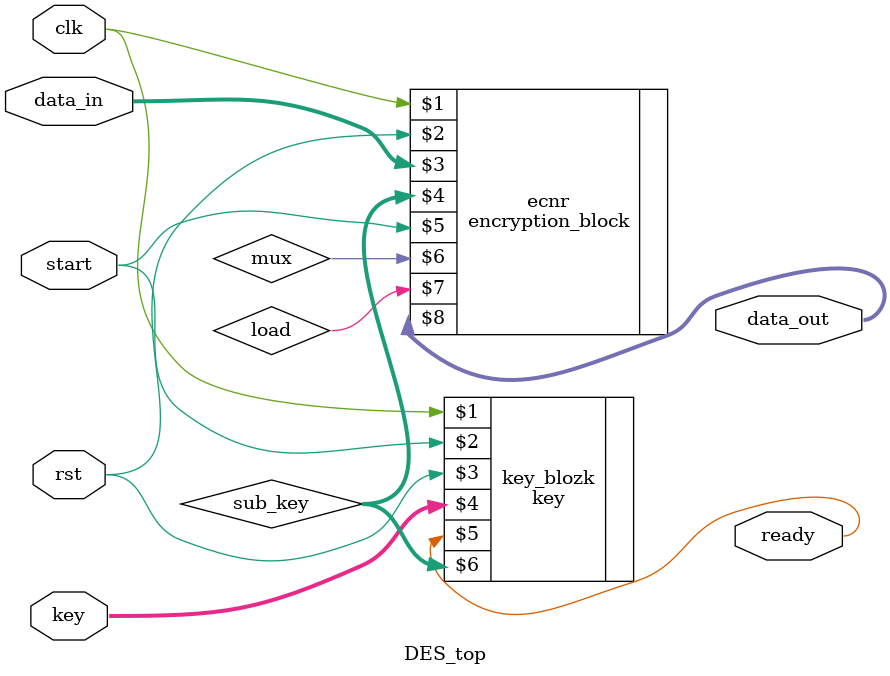
<source format=v>
module DES_top
(input [0 : 63] data_in, key,
input clk, start, rst,
output [0 : 63] data_out,
output ready);

wire mux, load;
wire [0 : 47] sub_key;

key key_blozk (clk, start, rst, key, ready, sub_key);

encryption_block ecnr (clk, rst, data_in, sub_key, start, mux, load, data_out);

endmodule 
</source>
